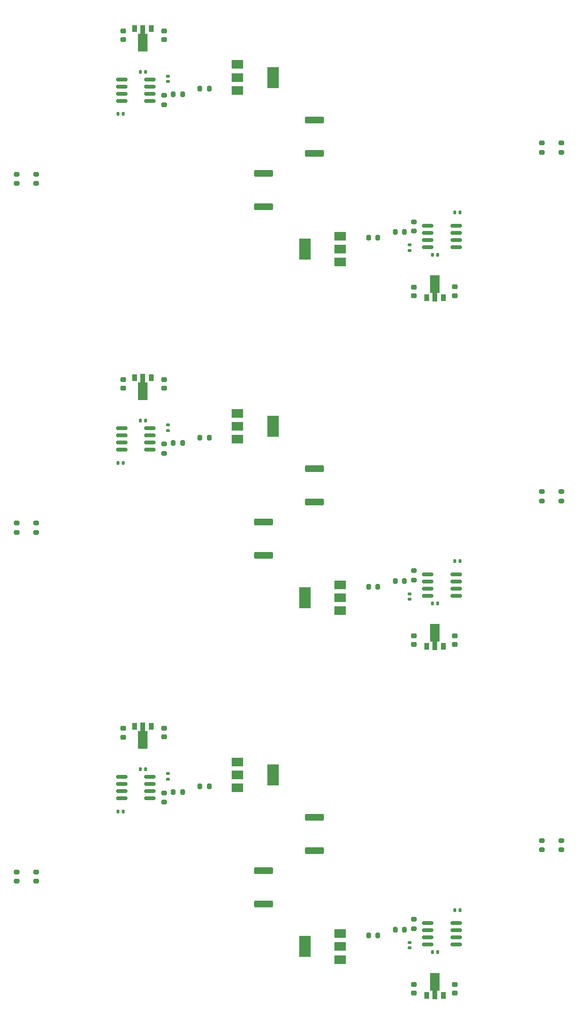
<source format=gtp>
G04 #@! TF.GenerationSoftware,KiCad,Pcbnew,7.0.5-7.0.5~ubuntu22.04.1*
G04 #@! TF.CreationDate,2023-06-19T14:44:07+01:00*
G04 #@! TF.ProjectId,panel,70616e65-6c2e-46b6-9963-61645f706362,v01*
G04 #@! TF.SameCoordinates,Original*
G04 #@! TF.FileFunction,Paste,Top*
G04 #@! TF.FilePolarity,Positive*
%FSLAX46Y46*%
G04 Gerber Fmt 4.6, Leading zero omitted, Abs format (unit mm)*
G04 Created by KiCad (PCBNEW 7.0.5-7.0.5~ubuntu22.04.1) date 2023-06-19 14:44:07*
%MOMM*%
%LPD*%
G01*
G04 APERTURE LIST*
G04 Aperture macros list*
%AMRoundRect*
0 Rectangle with rounded corners*
0 $1 Rounding radius*
0 $2 $3 $4 $5 $6 $7 $8 $9 X,Y pos of 4 corners*
0 Add a 4 corners polygon primitive as box body*
4,1,4,$2,$3,$4,$5,$6,$7,$8,$9,$2,$3,0*
0 Add four circle primitives for the rounded corners*
1,1,$1+$1,$2,$3*
1,1,$1+$1,$4,$5*
1,1,$1+$1,$6,$7*
1,1,$1+$1,$8,$9*
0 Add four rect primitives between the rounded corners*
20,1,$1+$1,$2,$3,$4,$5,0*
20,1,$1+$1,$4,$5,$6,$7,0*
20,1,$1+$1,$6,$7,$8,$9,0*
20,1,$1+$1,$8,$9,$2,$3,0*%
%AMFreePoly0*
4,1,9,3.862500,-0.866500,0.737500,-0.866500,0.737500,-0.450000,-0.737500,-0.450000,-0.737500,0.450000,0.737500,0.450000,0.737500,0.866500,3.862500,0.866500,3.862500,-0.866500,3.862500,-0.866500,$1*%
G04 Aperture macros list end*
%ADD10RoundRect,0.250000X1.425000X-0.362500X1.425000X0.362500X-1.425000X0.362500X-1.425000X-0.362500X0*%
%ADD11RoundRect,0.140000X0.140000X0.170000X-0.140000X0.170000X-0.140000X-0.170000X0.140000X-0.170000X0*%
%ADD12RoundRect,0.162500X0.825000X0.162500X-0.825000X0.162500X-0.825000X-0.162500X0.825000X-0.162500X0*%
%ADD13RoundRect,0.225000X0.250000X-0.225000X0.250000X0.225000X-0.250000X0.225000X-0.250000X-0.225000X0*%
%ADD14RoundRect,0.200000X0.200000X0.275000X-0.200000X0.275000X-0.200000X-0.275000X0.200000X-0.275000X0*%
%ADD15R,2.000000X1.500000*%
%ADD16R,2.000000X3.800000*%
%ADD17RoundRect,0.200000X-0.275000X0.200000X-0.275000X-0.200000X0.275000X-0.200000X0.275000X0.200000X0*%
%ADD18RoundRect,0.200000X-0.200000X-0.275000X0.200000X-0.275000X0.200000X0.275000X-0.200000X0.275000X0*%
%ADD19R,0.900000X1.300000*%
%ADD20FreePoly0,270.000000*%
%ADD21RoundRect,0.200000X0.275000X-0.200000X0.275000X0.200000X-0.275000X0.200000X-0.275000X-0.200000X0*%
%ADD22RoundRect,0.140000X-0.170000X0.140000X-0.170000X-0.140000X0.170000X-0.140000X0.170000X0.140000X0*%
%ADD23FreePoly0,90.000000*%
%ADD24RoundRect,0.225000X-0.250000X0.225000X-0.250000X-0.225000X0.250000X-0.225000X0.250000X0.225000X0*%
%ADD25RoundRect,0.140000X-0.140000X-0.170000X0.140000X-0.170000X0.140000X0.170000X-0.140000X0.170000X0*%
%ADD26RoundRect,0.162500X-0.825000X-0.162500X0.825000X-0.162500X0.825000X0.162500X-0.825000X0.162500X0*%
%ADD27RoundRect,0.140000X0.170000X-0.140000X0.170000X0.140000X-0.170000X0.140000X-0.170000X-0.140000X0*%
%ADD28RoundRect,0.250000X-1.425000X0.362500X-1.425000X-0.362500X1.425000X-0.362500X1.425000X0.362500X0*%
G04 APERTURE END LIST*
D10*
G04 #@! TO.C,R1*
X55500000Y-28212500D03*
X55500000Y-22287500D03*
G04 #@! TD*
D11*
G04 #@! TO.C,C1*
X77460000Y-108250000D03*
X76500000Y-108250000D03*
G04 #@! TD*
D12*
G04 #@! TO.C,U1*
X26287500Y-142905000D03*
X26287500Y-141635000D03*
X26287500Y-140365000D03*
X26287500Y-139095000D03*
X21212500Y-139095000D03*
X21212500Y-140365000D03*
X21212500Y-141635000D03*
X21212500Y-142905000D03*
G04 #@! TD*
D13*
G04 #@! TO.C,C2*
X80500000Y-115525000D03*
X80500000Y-113975000D03*
G04 #@! TD*
D14*
G04 #@! TO.C,R4*
X71575000Y-42250000D03*
X69925000Y-42250000D03*
G04 #@! TD*
D15*
G04 #@! TO.C,U2*
X60150000Y-171550000D03*
X60150000Y-169250000D03*
X60150000Y-166950000D03*
D16*
X53850000Y-169250000D03*
G04 #@! TD*
D17*
G04 #@! TO.C,R3*
X28750000Y-141925000D03*
X28750000Y-143575000D03*
G04 #@! TD*
D12*
G04 #@! TO.C,U1*
X26287500Y-80905000D03*
X26287500Y-79635000D03*
X26287500Y-78365000D03*
X26287500Y-77095000D03*
X21212500Y-77095000D03*
X21212500Y-78365000D03*
X21212500Y-79635000D03*
X21212500Y-80905000D03*
G04 #@! TD*
D18*
G04 #@! TO.C,R4*
X30425000Y-141750000D03*
X32075000Y-141750000D03*
G04 #@! TD*
D19*
G04 #@! TO.C,U3*
X26500000Y-68100000D03*
D20*
X25000000Y-68187500D03*
D19*
X23500000Y-68100000D03*
G04 #@! TD*
D21*
G04 #@! TO.C,R6*
X6000000Y-95615000D03*
X6000000Y-93965000D03*
G04 #@! TD*
D17*
G04 #@! TO.C,R3*
X28750000Y-17925000D03*
X28750000Y-19575000D03*
G04 #@! TD*
G04 #@! TO.C,R5*
X2500000Y-93965000D03*
X2500000Y-95615000D03*
G04 #@! TD*
G04 #@! TO.C,R6*
X96000000Y-150385000D03*
X96000000Y-152035000D03*
G04 #@! TD*
D19*
G04 #@! TO.C,U3*
X26500000Y-6100000D03*
D20*
X25000000Y-6187500D03*
D19*
X23500000Y-6100000D03*
G04 #@! TD*
D22*
G04 #@! TO.C,C4*
X72500000Y-106520000D03*
X72500000Y-107480000D03*
G04 #@! TD*
D19*
G04 #@! TO.C,U3*
X75500000Y-53900000D03*
D23*
X77000000Y-53812500D03*
D19*
X78500000Y-53900000D03*
G04 #@! TD*
D24*
G04 #@! TO.C,C3*
X73250000Y-52000000D03*
X73250000Y-53550000D03*
G04 #@! TD*
D19*
G04 #@! TO.C,U3*
X75500000Y-177900000D03*
D23*
X77000000Y-177812500D03*
D19*
X78500000Y-177900000D03*
G04 #@! TD*
D10*
G04 #@! TO.C,R1*
X55500000Y-152212500D03*
X55500000Y-146287500D03*
G04 #@! TD*
D21*
G04 #@! TO.C,R3*
X73250000Y-104075000D03*
X73250000Y-102425000D03*
G04 #@! TD*
D14*
G04 #@! TO.C,R2*
X36825000Y-78750000D03*
X35175000Y-78750000D03*
G04 #@! TD*
D21*
G04 #@! TO.C,R3*
X73250000Y-166075000D03*
X73250000Y-164425000D03*
G04 #@! TD*
D14*
G04 #@! TO.C,R2*
X36825000Y-140750000D03*
X35175000Y-140750000D03*
G04 #@! TD*
D11*
G04 #@! TO.C,C1*
X77460000Y-46250000D03*
X76500000Y-46250000D03*
G04 #@! TD*
D13*
G04 #@! TO.C,C2*
X80500000Y-53525000D03*
X80500000Y-51975000D03*
G04 #@! TD*
D19*
G04 #@! TO.C,U3*
X75500000Y-115900000D03*
D23*
X77000000Y-115812500D03*
D19*
X78500000Y-115900000D03*
G04 #@! TD*
D18*
G04 #@! TO.C,R2*
X65175000Y-105250000D03*
X66825000Y-105250000D03*
G04 #@! TD*
D14*
G04 #@! TO.C,R4*
X71575000Y-104250000D03*
X69925000Y-104250000D03*
G04 #@! TD*
D25*
G04 #@! TO.C,C1*
X24540000Y-75750000D03*
X25500000Y-75750000D03*
G04 #@! TD*
D14*
G04 #@! TO.C,R4*
X71575000Y-166250000D03*
X69925000Y-166250000D03*
G04 #@! TD*
D11*
G04 #@! TO.C,C5*
X81460000Y-162750000D03*
X80500000Y-162750000D03*
G04 #@! TD*
D12*
G04 #@! TO.C,U1*
X26287500Y-18905000D03*
X26287500Y-17635000D03*
X26287500Y-16365000D03*
X26287500Y-15095000D03*
X21212500Y-15095000D03*
X21212500Y-16365000D03*
X21212500Y-17635000D03*
X21212500Y-18905000D03*
G04 #@! TD*
D10*
G04 #@! TO.C,R1*
X55500000Y-90212500D03*
X55500000Y-84287500D03*
G04 #@! TD*
D26*
G04 #@! TO.C,U1*
X75712500Y-103095000D03*
X75712500Y-104365000D03*
X75712500Y-105635000D03*
X75712500Y-106905000D03*
X80787500Y-106905000D03*
X80787500Y-105635000D03*
X80787500Y-104365000D03*
X80787500Y-103095000D03*
G04 #@! TD*
D15*
G04 #@! TO.C,U2*
X60150000Y-109550000D03*
X60150000Y-107250000D03*
X60150000Y-104950000D03*
D16*
X53850000Y-107250000D03*
G04 #@! TD*
D13*
G04 #@! TO.C,C2*
X80500000Y-177525000D03*
X80500000Y-175975000D03*
G04 #@! TD*
D18*
G04 #@! TO.C,R4*
X30425000Y-17750000D03*
X32075000Y-17750000D03*
G04 #@! TD*
D17*
G04 #@! TO.C,R6*
X96000000Y-88385000D03*
X96000000Y-90035000D03*
G04 #@! TD*
G04 #@! TO.C,R5*
X2500000Y-155965000D03*
X2500000Y-157615000D03*
G04 #@! TD*
D27*
G04 #@! TO.C,C4*
X29500000Y-77480000D03*
X29500000Y-76520000D03*
G04 #@! TD*
D22*
G04 #@! TO.C,C4*
X72500000Y-168520000D03*
X72500000Y-169480000D03*
G04 #@! TD*
D26*
G04 #@! TO.C,U1*
X75712500Y-165095000D03*
X75712500Y-166365000D03*
X75712500Y-167635000D03*
X75712500Y-168905000D03*
X80787500Y-168905000D03*
X80787500Y-167635000D03*
X80787500Y-166365000D03*
X80787500Y-165095000D03*
G04 #@! TD*
D21*
G04 #@! TO.C,R6*
X6000000Y-33615000D03*
X6000000Y-31965000D03*
G04 #@! TD*
D25*
G04 #@! TO.C,C5*
X20540000Y-145250000D03*
X21500000Y-145250000D03*
G04 #@! TD*
D13*
G04 #@! TO.C,C3*
X28750000Y-70000000D03*
X28750000Y-68450000D03*
G04 #@! TD*
D28*
G04 #@! TO.C,R1*
X46500000Y-31787500D03*
X46500000Y-37712500D03*
G04 #@! TD*
D21*
G04 #@! TO.C,R5*
X99500000Y-152035000D03*
X99500000Y-150385000D03*
G04 #@! TD*
D22*
G04 #@! TO.C,C4*
X72500000Y-44520000D03*
X72500000Y-45480000D03*
G04 #@! TD*
D14*
G04 #@! TO.C,R2*
X36825000Y-16750000D03*
X35175000Y-16750000D03*
G04 #@! TD*
D25*
G04 #@! TO.C,C5*
X20540000Y-21250000D03*
X21500000Y-21250000D03*
G04 #@! TD*
D17*
G04 #@! TO.C,R3*
X28750000Y-79925000D03*
X28750000Y-81575000D03*
G04 #@! TD*
D27*
G04 #@! TO.C,C4*
X29500000Y-139480000D03*
X29500000Y-138520000D03*
G04 #@! TD*
D15*
G04 #@! TO.C,U2*
X41850000Y-136450000D03*
X41850000Y-138750000D03*
X41850000Y-141050000D03*
D16*
X48150000Y-138750000D03*
G04 #@! TD*
D21*
G04 #@! TO.C,R6*
X6000000Y-157615000D03*
X6000000Y-155965000D03*
G04 #@! TD*
G04 #@! TO.C,R3*
X73250000Y-42075000D03*
X73250000Y-40425000D03*
G04 #@! TD*
D24*
G04 #@! TO.C,C2*
X21500000Y-130475000D03*
X21500000Y-132025000D03*
G04 #@! TD*
D28*
G04 #@! TO.C,R1*
X46500000Y-93787500D03*
X46500000Y-99712500D03*
G04 #@! TD*
D18*
G04 #@! TO.C,R2*
X65175000Y-167250000D03*
X66825000Y-167250000D03*
G04 #@! TD*
D21*
G04 #@! TO.C,R5*
X99500000Y-90035000D03*
X99500000Y-88385000D03*
G04 #@! TD*
G04 #@! TO.C,R5*
X99500000Y-28035000D03*
X99500000Y-26385000D03*
G04 #@! TD*
D13*
G04 #@! TO.C,C3*
X28750000Y-8000000D03*
X28750000Y-6450000D03*
G04 #@! TD*
D15*
G04 #@! TO.C,U2*
X41850000Y-12450000D03*
X41850000Y-14750000D03*
X41850000Y-17050000D03*
D16*
X48150000Y-14750000D03*
G04 #@! TD*
D18*
G04 #@! TO.C,R4*
X30425000Y-79750000D03*
X32075000Y-79750000D03*
G04 #@! TD*
G04 #@! TO.C,R2*
X65175000Y-43250000D03*
X66825000Y-43250000D03*
G04 #@! TD*
D17*
G04 #@! TO.C,R6*
X96000000Y-26385000D03*
X96000000Y-28035000D03*
G04 #@! TD*
G04 #@! TO.C,R5*
X2500000Y-31965000D03*
X2500000Y-33615000D03*
G04 #@! TD*
D24*
G04 #@! TO.C,C3*
X73250000Y-176000000D03*
X73250000Y-177550000D03*
G04 #@! TD*
D25*
G04 #@! TO.C,C5*
X20540000Y-83250000D03*
X21500000Y-83250000D03*
G04 #@! TD*
D28*
G04 #@! TO.C,R1*
X46500000Y-155787500D03*
X46500000Y-161712500D03*
G04 #@! TD*
D24*
G04 #@! TO.C,C3*
X73250000Y-114000000D03*
X73250000Y-115550000D03*
G04 #@! TD*
D25*
G04 #@! TO.C,C1*
X24540000Y-137750000D03*
X25500000Y-137750000D03*
G04 #@! TD*
D13*
G04 #@! TO.C,C3*
X28750000Y-132000000D03*
X28750000Y-130450000D03*
G04 #@! TD*
D26*
G04 #@! TO.C,U1*
X75712500Y-41095000D03*
X75712500Y-42365000D03*
X75712500Y-43635000D03*
X75712500Y-44905000D03*
X80787500Y-44905000D03*
X80787500Y-43635000D03*
X80787500Y-42365000D03*
X80787500Y-41095000D03*
G04 #@! TD*
D24*
G04 #@! TO.C,C2*
X21500000Y-6475000D03*
X21500000Y-8025000D03*
G04 #@! TD*
G04 #@! TO.C,C2*
X21500000Y-68475000D03*
X21500000Y-70025000D03*
G04 #@! TD*
D11*
G04 #@! TO.C,C5*
X81460000Y-38750000D03*
X80500000Y-38750000D03*
G04 #@! TD*
D27*
G04 #@! TO.C,C4*
X29500000Y-15480000D03*
X29500000Y-14520000D03*
G04 #@! TD*
D15*
G04 #@! TO.C,U2*
X60150000Y-47550000D03*
X60150000Y-45250000D03*
X60150000Y-42950000D03*
D16*
X53850000Y-45250000D03*
G04 #@! TD*
D19*
G04 #@! TO.C,U3*
X26500000Y-130100000D03*
D20*
X25000000Y-130187500D03*
D19*
X23500000Y-130100000D03*
G04 #@! TD*
D11*
G04 #@! TO.C,C1*
X77460000Y-170250000D03*
X76500000Y-170250000D03*
G04 #@! TD*
D15*
G04 #@! TO.C,U2*
X41850000Y-74450000D03*
X41850000Y-76750000D03*
X41850000Y-79050000D03*
D16*
X48150000Y-76750000D03*
G04 #@! TD*
D25*
G04 #@! TO.C,C1*
X24540000Y-13750000D03*
X25500000Y-13750000D03*
G04 #@! TD*
D11*
G04 #@! TO.C,C5*
X81460000Y-100750000D03*
X80500000Y-100750000D03*
G04 #@! TD*
M02*

</source>
